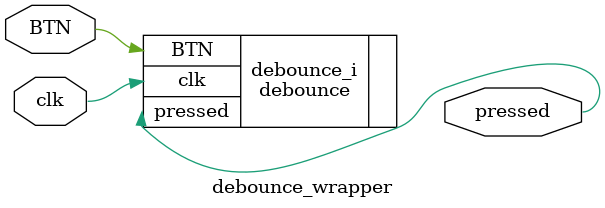
<source format=v>
`timescale 1 ps / 1 ps

module debounce_wrapper
   (BTN,
    clk,
    pressed);
  input BTN;
  input clk;
  output pressed;

  wire BTN;
  wire clk;
  wire pressed;

  debounce debounce_i
       (.BTN(BTN),
        .clk(clk),
        .pressed(pressed));
endmodule

</source>
